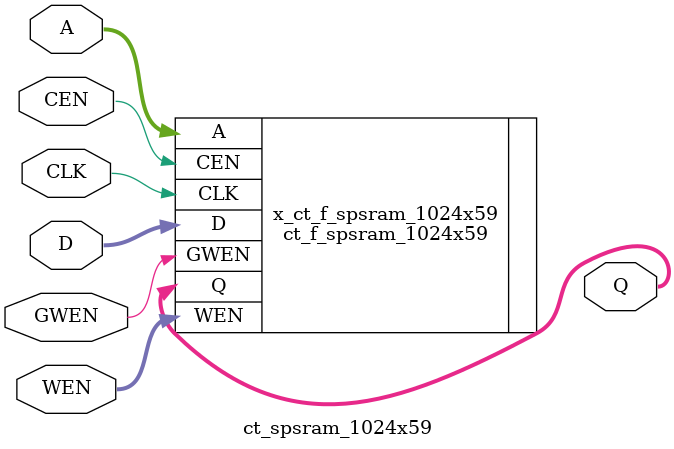
<source format=v>
/*Copyright 2019-2021 T-Head Semiconductor Co., Ltd.

Licensed under the Apache License, Version 2.0 (the "License");
you may not use this file except in compliance with the License.
You may obtain a copy of the License at

    http://www.apache.org/licenses/LICENSE-2.0

Unless required by applicable law or agreed to in writing, software
distributed under the License is distributed on an "AS IS" BASIS,
WITHOUT WARRANTIES OR CONDITIONS OF ANY KIND, either express or implied.
See the License for the specific language governing permissions and
limitations under the License.
*/

// &ModuleBeg; @22
module ct_spsram_1024x59(
  A,
  CEN,
  CLK,
  D,
  GWEN,
  Q,
  WEN
);

// &Ports; @23
input   [9 :0]  A;   
input           CEN; 
input           CLK; 
input   [58:0]  D;   
input           GWEN; 
input   [58:0]  WEN; 
output  [58:0]  Q;   

// &Regs; @24

// &Wires; @25
wire    [9 :0]  A;   
wire            CEN; 
wire            CLK; 
wire    [58:0]  D;   
wire            GWEN; 
wire    [58:0]  Q;   
wire    [58:0]  WEN; 


//**********************************************************
//                  Parameter Definition
//**********************************************************
parameter ADDR_WIDTH = 10;
parameter DATA_WIDTH = 59;
parameter WE_WIDTH   = 59;

// &Force("bus","Q",DATA_WIDTH-1,0); @34
// &Force("bus","WEN",WE_WIDTH-1,0); @35
// &Force("bus","A",ADDR_WIDTH-1,0); @36
// &Force("bus","D",DATA_WIDTH-1,0); @37

  //********************************************************
  //*                        FPGA memory                   *
  //********************************************************
  //{WEN[58],WEN[57:29],WEN[28:0]}
//   &Instance("ct_f_spsram_1024x59"); @44
ct_f_spsram_1024x59  x_ct_f_spsram_1024x59 (
  .A    (A   ),
  .CEN  (CEN ),
  .CLK  (CLK ),
  .D    (D   ),
  .GWEN (GWEN),
  .Q    (Q   ),
  .WEN  (WEN )
);

//   &Instance("ct_tsmc_spsram_512x59"); @50

// &ModuleEnd; @66
endmodule



</source>
